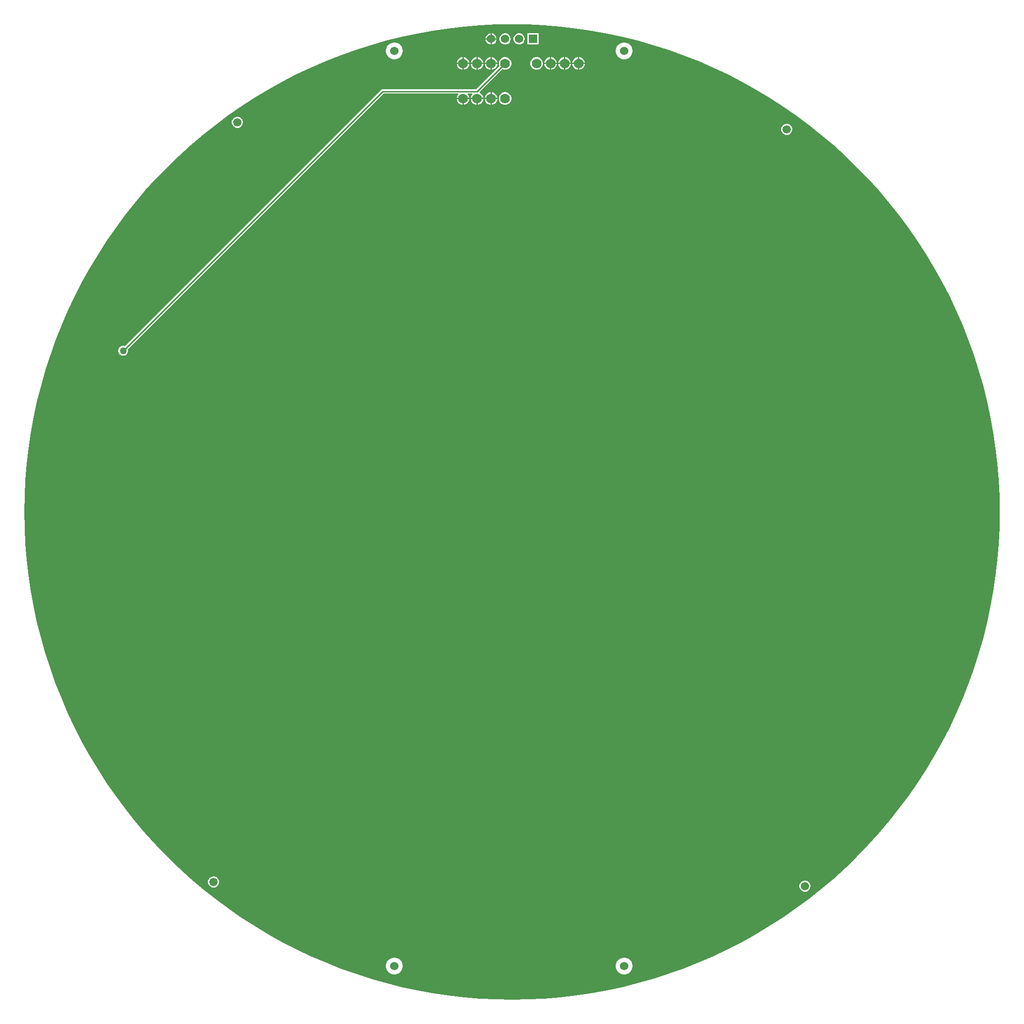
<source format=gbr>
G04*
G04 #@! TF.GenerationSoftware,Altium Limited,Altium Designer,24.2.2 (26)*
G04*
G04 Layer_Physical_Order=2*
G04 Layer_Color=16711680*
%FSLAX44Y44*%
%MOMM*%
G71*
G04*
G04 #@! TF.SameCoordinates,C09E280A-887C-4CB5-B33B-2E433380E6FD*
G04*
G04*
G04 #@! TF.FilePolarity,Positive*
G04*
G01*
G75*
%ADD11C,0.2540*%
%ADD25C,1.5000*%
%ADD28C,1.5240*%
%ADD29C,1.7780*%
%ADD30R,1.5240X1.5240*%
%ADD31C,0.6350*%
%ADD32C,1.2700*%
G36*
X917921Y1772438D02*
X946811Y1771019D01*
X975639Y1768655D01*
X1004374Y1765349D01*
X1032985Y1761105D01*
X1061442Y1755927D01*
X1089715Y1749821D01*
X1117773Y1742793D01*
X1145586Y1734850D01*
X1173124Y1726002D01*
X1200358Y1716258D01*
X1227258Y1705628D01*
X1253796Y1694123D01*
X1279944Y1681756D01*
X1305673Y1668540D01*
X1330956Y1654490D01*
X1355765Y1639619D01*
X1380075Y1623945D01*
X1403859Y1607484D01*
X1427091Y1590254D01*
X1449747Y1572273D01*
X1471803Y1553560D01*
X1493235Y1534135D01*
X1514020Y1514020D01*
X1534135Y1493235D01*
X1553560Y1471803D01*
X1572273Y1449747D01*
X1590254Y1427091D01*
X1607484Y1403859D01*
X1623945Y1380075D01*
X1639619Y1355765D01*
X1654490Y1330956D01*
X1668540Y1305673D01*
X1681756Y1279944D01*
X1694123Y1253796D01*
X1705628Y1227258D01*
X1716258Y1200358D01*
X1726002Y1173124D01*
X1734850Y1145586D01*
X1742793Y1117773D01*
X1749821Y1089715D01*
X1755927Y1061442D01*
X1761105Y1032985D01*
X1765349Y1004374D01*
X1768655Y975639D01*
X1771019Y946811D01*
X1772438Y917921D01*
X1772904Y889422D01*
X1772820Y889000D01*
X1772904Y888578D01*
X1772438Y860079D01*
X1771019Y831189D01*
X1768655Y802362D01*
X1765349Y773626D01*
X1761105Y745015D01*
X1755927Y716557D01*
X1749821Y688285D01*
X1742793Y660227D01*
X1734850Y632414D01*
X1726002Y604876D01*
X1716258Y577642D01*
X1705628Y550742D01*
X1694123Y524204D01*
X1681756Y498056D01*
X1668540Y472327D01*
X1654490Y447044D01*
X1639619Y422235D01*
X1623945Y397925D01*
X1607484Y374141D01*
X1590254Y350909D01*
X1572273Y328253D01*
X1553560Y306197D01*
X1534135Y284765D01*
X1514020Y263980D01*
X1493235Y243865D01*
X1471803Y224440D01*
X1449747Y205727D01*
X1427091Y187746D01*
X1403859Y170516D01*
X1380075Y154055D01*
X1355765Y138381D01*
X1330956Y123510D01*
X1305673Y109460D01*
X1279944Y96244D01*
X1253796Y83877D01*
X1227258Y72372D01*
X1200358Y61742D01*
X1173124Y51998D01*
X1145586Y43150D01*
X1117773Y35207D01*
X1089715Y28179D01*
X1061442Y22073D01*
X1032985Y16895D01*
X1004374Y12651D01*
X975639Y9345D01*
X946811Y6981D01*
X917921Y5562D01*
X889422Y5096D01*
X889000Y5179D01*
X888578Y5096D01*
X860079Y5562D01*
X831189Y6981D01*
X802362Y9345D01*
X773626Y12651D01*
X745015Y16895D01*
X716557Y22073D01*
X688285Y28179D01*
X660227Y35207D01*
X632414Y43150D01*
X604876Y51998D01*
X577642Y61742D01*
X550742Y72372D01*
X524204Y83877D01*
X498056Y96244D01*
X472327Y109460D01*
X447044Y123510D01*
X422235Y138381D01*
X397925Y154055D01*
X374141Y170516D01*
X350909Y187746D01*
X328253Y205727D01*
X306197Y224440D01*
X284765Y243865D01*
X263980Y263980D01*
X243865Y284765D01*
X224440Y306197D01*
X205727Y328253D01*
X187746Y350909D01*
X170516Y374141D01*
X154055Y397925D01*
X138381Y422235D01*
X123510Y447044D01*
X109460Y472327D01*
X96244Y498056D01*
X83877Y524204D01*
X72372Y550742D01*
X61742Y577642D01*
X51998Y604876D01*
X43150Y632414D01*
X35207Y660227D01*
X28179Y688285D01*
X22073Y716557D01*
X16895Y745015D01*
X12651Y773626D01*
X9345Y802362D01*
X6981Y831189D01*
X5562Y860079D01*
X5096Y888578D01*
X5179Y889000D01*
X5096Y889422D01*
X5562Y917921D01*
X6981Y946811D01*
X9345Y975639D01*
X12651Y1004374D01*
X16895Y1032985D01*
X22073Y1061442D01*
X28179Y1089715D01*
X35207Y1117773D01*
X43150Y1145586D01*
X51998Y1173124D01*
X61742Y1200358D01*
X72372Y1227258D01*
X83877Y1253796D01*
X96244Y1279944D01*
X109460Y1305673D01*
X123510Y1330956D01*
X138381Y1355765D01*
X154055Y1380075D01*
X170516Y1403859D01*
X187746Y1427091D01*
X205727Y1449747D01*
X224440Y1471803D01*
X243865Y1493235D01*
X263980Y1514020D01*
X284765Y1534135D01*
X306197Y1553560D01*
X328253Y1572273D01*
X350909Y1590254D01*
X374141Y1607484D01*
X397925Y1623945D01*
X422235Y1639619D01*
X447044Y1654490D01*
X472327Y1668540D01*
X498056Y1681756D01*
X524204Y1694123D01*
X550742Y1705628D01*
X577642Y1716258D01*
X604876Y1726002D01*
X632414Y1734850D01*
X660227Y1742793D01*
X688285Y1749821D01*
X716557Y1755927D01*
X745015Y1761105D01*
X773626Y1765349D01*
X802362Y1768655D01*
X831189Y1771019D01*
X860079Y1772438D01*
X888578Y1772904D01*
X889000Y1772820D01*
X889422Y1772904D01*
X917921Y1772438D01*
D02*
G37*
%LPC*%
G36*
X852238Y1756410D02*
X852170D01*
Y1747520D01*
X861060D01*
Y1747588D01*
X860368Y1750172D01*
X859030Y1752488D01*
X857138Y1754380D01*
X854822Y1755718D01*
X852238Y1756410D01*
D02*
G37*
G36*
X849630D02*
X849562D01*
X846978Y1755718D01*
X844662Y1754380D01*
X842770Y1752488D01*
X841432Y1750172D01*
X840740Y1747588D01*
Y1747520D01*
X849630D01*
Y1756410D01*
D02*
G37*
G36*
X937260D02*
X916940D01*
Y1736090D01*
X937260D01*
Y1756410D01*
D02*
G37*
G36*
X903038D02*
X900362D01*
X897778Y1755718D01*
X895462Y1754380D01*
X893570Y1752488D01*
X892232Y1750172D01*
X891540Y1747588D01*
Y1744912D01*
X892232Y1742328D01*
X893570Y1740012D01*
X895462Y1738120D01*
X897778Y1736782D01*
X900362Y1736090D01*
X903038D01*
X905622Y1736782D01*
X907938Y1738120D01*
X909830Y1740012D01*
X911168Y1742328D01*
X911860Y1744912D01*
Y1747588D01*
X911168Y1750172D01*
X909830Y1752488D01*
X907938Y1754380D01*
X905622Y1755718D01*
X903038Y1756410D01*
D02*
G37*
G36*
X877638D02*
X874962D01*
X872378Y1755718D01*
X870062Y1754380D01*
X868170Y1752488D01*
X866832Y1750172D01*
X866140Y1747588D01*
Y1744912D01*
X866832Y1742328D01*
X868170Y1740012D01*
X870062Y1738120D01*
X872378Y1736782D01*
X874962Y1736090D01*
X877638D01*
X880222Y1736782D01*
X882538Y1738120D01*
X884430Y1740012D01*
X885768Y1742328D01*
X886460Y1744912D01*
Y1747588D01*
X885768Y1750172D01*
X884430Y1752488D01*
X882538Y1754380D01*
X880222Y1755718D01*
X877638Y1756410D01*
D02*
G37*
G36*
X861060Y1744980D02*
X852170D01*
Y1736090D01*
X852238D01*
X854822Y1736782D01*
X857138Y1738120D01*
X859030Y1740012D01*
X860368Y1742328D01*
X861060Y1744912D01*
Y1744980D01*
D02*
G37*
G36*
X849630D02*
X840740D01*
Y1744912D01*
X841432Y1742328D01*
X842770Y1740012D01*
X844662Y1738120D01*
X846978Y1736782D01*
X849562Y1736090D01*
X849630D01*
Y1744980D01*
D02*
G37*
G36*
X1093701Y1739900D02*
X1090699D01*
X1087755Y1739314D01*
X1084981Y1738165D01*
X1082485Y1736498D01*
X1080362Y1734375D01*
X1078695Y1731879D01*
X1077546Y1729105D01*
X1076960Y1726161D01*
Y1723159D01*
X1077546Y1720215D01*
X1078695Y1717441D01*
X1080362Y1714945D01*
X1082485Y1712822D01*
X1084981Y1711154D01*
X1087755Y1710006D01*
X1090699Y1709420D01*
X1093701D01*
X1096645Y1710006D01*
X1099419Y1711154D01*
X1101915Y1712822D01*
X1104038Y1714945D01*
X1105705Y1717441D01*
X1106854Y1720215D01*
X1107440Y1723159D01*
Y1726161D01*
X1106854Y1729105D01*
X1105705Y1731879D01*
X1104038Y1734375D01*
X1101915Y1736498D01*
X1099419Y1738165D01*
X1096645Y1739314D01*
X1093701Y1739900D01*
D02*
G37*
G36*
X677141D02*
X674139D01*
X671195Y1739314D01*
X668421Y1738165D01*
X665925Y1736498D01*
X663802Y1734375D01*
X662134Y1731879D01*
X660986Y1729105D01*
X660400Y1726161D01*
Y1723159D01*
X660986Y1720215D01*
X662134Y1717441D01*
X663802Y1714945D01*
X665925Y1712822D01*
X668421Y1711154D01*
X671195Y1710006D01*
X674139Y1709420D01*
X677141D01*
X680085Y1710006D01*
X682859Y1711154D01*
X685355Y1712822D01*
X687478Y1714945D01*
X689146Y1717441D01*
X690294Y1720215D01*
X690880Y1723159D01*
Y1726161D01*
X690294Y1729105D01*
X689146Y1731879D01*
X687478Y1734375D01*
X685355Y1736498D01*
X682859Y1738165D01*
X680085Y1739314D01*
X677141Y1739900D01*
D02*
G37*
G36*
X827005Y1713230D02*
X826770D01*
Y1703070D01*
X836930D01*
Y1703305D01*
X836151Y1706212D01*
X834646Y1708818D01*
X832518Y1710946D01*
X829912Y1712451D01*
X827005Y1713230D01*
D02*
G37*
G36*
X852405D02*
X852170D01*
Y1703070D01*
X862330D01*
Y1703305D01*
X861551Y1706212D01*
X860046Y1708818D01*
X857918Y1710946D01*
X855312Y1712451D01*
X852405Y1713230D01*
D02*
G37*
G36*
X801605D02*
X801370D01*
Y1703070D01*
X811530D01*
Y1703305D01*
X810751Y1706212D01*
X809246Y1708818D01*
X807118Y1710946D01*
X804512Y1712451D01*
X801605Y1713230D01*
D02*
G37*
G36*
X1011155D02*
X1010920D01*
Y1703070D01*
X1021080D01*
Y1703305D01*
X1020301Y1706212D01*
X1018796Y1708818D01*
X1016668Y1710946D01*
X1014062Y1712451D01*
X1011155Y1713230D01*
D02*
G37*
G36*
X1008380D02*
X1008145D01*
X1005238Y1712451D01*
X1002632Y1710946D01*
X1000504Y1708818D01*
X998999Y1706212D01*
X998220Y1703305D01*
Y1703070D01*
X1008380D01*
Y1713230D01*
D02*
G37*
G36*
X985755D02*
X985520D01*
Y1703070D01*
X995680D01*
Y1703305D01*
X994901Y1706212D01*
X993396Y1708818D01*
X991268Y1710946D01*
X988662Y1712451D01*
X985755Y1713230D01*
D02*
G37*
G36*
X982980D02*
X982745D01*
X979838Y1712451D01*
X977232Y1710946D01*
X975104Y1708818D01*
X973599Y1706212D01*
X972820Y1703305D01*
Y1703070D01*
X982980D01*
Y1713230D01*
D02*
G37*
G36*
X960355D02*
X960120D01*
Y1703070D01*
X970280D01*
Y1703305D01*
X969501Y1706212D01*
X967996Y1708818D01*
X965868Y1710946D01*
X963262Y1712451D01*
X960355Y1713230D01*
D02*
G37*
G36*
X957580D02*
X957345D01*
X954438Y1712451D01*
X951832Y1710946D01*
X949704Y1708818D01*
X948199Y1706212D01*
X947420Y1703305D01*
Y1703070D01*
X957580D01*
Y1713230D01*
D02*
G37*
G36*
X824230D02*
X823995D01*
X821088Y1712451D01*
X818482Y1710946D01*
X816354Y1708818D01*
X814849Y1706212D01*
X814070Y1703305D01*
Y1703070D01*
X824230D01*
Y1713230D01*
D02*
G37*
G36*
X798830D02*
X798595D01*
X795688Y1712451D01*
X793082Y1710946D01*
X790954Y1708818D01*
X789449Y1706212D01*
X788670Y1703305D01*
Y1703070D01*
X798830D01*
Y1713230D01*
D02*
G37*
G36*
X849630D02*
X849395D01*
X846488Y1712451D01*
X843882Y1710946D01*
X841754Y1708818D01*
X840249Y1706212D01*
X839470Y1703305D01*
Y1703070D01*
X849630D01*
Y1713230D01*
D02*
G37*
G36*
X1021080Y1700530D02*
X1010920D01*
Y1690370D01*
X1011155D01*
X1014062Y1691149D01*
X1016668Y1692654D01*
X1018796Y1694782D01*
X1020301Y1697388D01*
X1021080Y1700295D01*
Y1700530D01*
D02*
G37*
G36*
X1008380D02*
X998220D01*
Y1700295D01*
X998999Y1697388D01*
X1000504Y1694782D01*
X1002632Y1692654D01*
X1005238Y1691149D01*
X1008145Y1690370D01*
X1008380D01*
Y1700530D01*
D02*
G37*
G36*
X995680D02*
X985520D01*
Y1690370D01*
X985755D01*
X988662Y1691149D01*
X991268Y1692654D01*
X993396Y1694782D01*
X994901Y1697388D01*
X995680Y1700295D01*
Y1700530D01*
D02*
G37*
G36*
X982980D02*
X972820D01*
Y1700295D01*
X973599Y1697388D01*
X975104Y1694782D01*
X977232Y1692654D01*
X979838Y1691149D01*
X982745Y1690370D01*
X982980D01*
Y1700530D01*
D02*
G37*
G36*
X970280D02*
X960120D01*
Y1690370D01*
X960355D01*
X963262Y1691149D01*
X965868Y1692654D01*
X967996Y1694782D01*
X969501Y1697388D01*
X970280Y1700295D01*
Y1700530D01*
D02*
G37*
G36*
X957580D02*
X947420D01*
Y1700295D01*
X948199Y1697388D01*
X949704Y1694782D01*
X951832Y1692654D01*
X954438Y1691149D01*
X957345Y1690370D01*
X957580D01*
Y1700530D01*
D02*
G37*
G36*
X934955Y1713230D02*
X931945D01*
X929038Y1712451D01*
X926432Y1710946D01*
X924304Y1708818D01*
X922799Y1706212D01*
X922020Y1703305D01*
Y1700295D01*
X922799Y1697388D01*
X924304Y1694782D01*
X926432Y1692654D01*
X929038Y1691149D01*
X931945Y1690370D01*
X934955D01*
X937862Y1691149D01*
X940468Y1692654D01*
X942596Y1694782D01*
X944101Y1697388D01*
X944880Y1700295D01*
Y1703305D01*
X944101Y1706212D01*
X942596Y1708818D01*
X940468Y1710946D01*
X937862Y1712451D01*
X934955Y1713230D01*
D02*
G37*
G36*
X877805D02*
X874795D01*
X871888Y1712451D01*
X869282Y1710946D01*
X867154Y1708818D01*
X865649Y1706212D01*
X864870Y1703305D01*
Y1700295D01*
X865649Y1697388D01*
X865922Y1696915D01*
X823891Y1654885D01*
X654050D01*
X652563Y1654589D01*
X651303Y1653747D01*
X187076Y1189520D01*
X185320Y1189990D01*
X182980D01*
X180719Y1189384D01*
X178691Y1188214D01*
X177036Y1186559D01*
X175866Y1184531D01*
X175260Y1182270D01*
Y1179930D01*
X175866Y1177669D01*
X177036Y1175641D01*
X178691Y1173986D01*
X180719Y1172816D01*
X182980Y1172210D01*
X185320D01*
X187581Y1172816D01*
X189609Y1173986D01*
X191264Y1175641D01*
X192434Y1177669D01*
X193040Y1179930D01*
Y1182270D01*
X192570Y1184026D01*
X655659Y1647115D01*
X791092D01*
X791578Y1645942D01*
X790954Y1645318D01*
X789449Y1642712D01*
X788670Y1639805D01*
Y1639570D01*
X800100D01*
X811530D01*
Y1639805D01*
X810751Y1642712D01*
X809246Y1645318D01*
X808622Y1645942D01*
X809109Y1647115D01*
X816491D01*
X816978Y1645942D01*
X816354Y1645318D01*
X814849Y1642712D01*
X814070Y1639805D01*
Y1639570D01*
X825500D01*
X836930D01*
Y1639805D01*
X836151Y1642712D01*
X834646Y1645318D01*
X832518Y1647446D01*
X830437Y1648648D01*
X830103Y1650109D01*
X871415Y1691422D01*
X871888Y1691149D01*
X874795Y1690370D01*
X877805D01*
X880712Y1691149D01*
X883318Y1692654D01*
X885446Y1694782D01*
X886951Y1697388D01*
X887730Y1700295D01*
Y1703305D01*
X886951Y1706212D01*
X885446Y1708818D01*
X883318Y1710946D01*
X880712Y1712451D01*
X877805Y1713230D01*
D02*
G37*
G36*
X862330Y1700530D02*
X852170D01*
Y1690370D01*
X852405D01*
X855312Y1691149D01*
X857918Y1692654D01*
X860046Y1694782D01*
X861551Y1697388D01*
X862330Y1700295D01*
Y1700530D01*
D02*
G37*
G36*
X849630D02*
X839470D01*
Y1700295D01*
X840249Y1697388D01*
X841754Y1694782D01*
X843882Y1692654D01*
X846488Y1691149D01*
X849395Y1690370D01*
X849630D01*
Y1700530D01*
D02*
G37*
G36*
X836930D02*
X826770D01*
Y1690370D01*
X827005D01*
X829912Y1691149D01*
X832518Y1692654D01*
X834646Y1694782D01*
X836151Y1697388D01*
X836930Y1700295D01*
Y1700530D01*
D02*
G37*
G36*
X824230D02*
X814070D01*
Y1700295D01*
X814849Y1697388D01*
X816354Y1694782D01*
X818482Y1692654D01*
X821088Y1691149D01*
X823995Y1690370D01*
X824230D01*
Y1700530D01*
D02*
G37*
G36*
X811530D02*
X801370D01*
Y1690370D01*
X801605D01*
X804512Y1691149D01*
X807118Y1692654D01*
X809246Y1694782D01*
X810751Y1697388D01*
X811530Y1700295D01*
Y1700530D01*
D02*
G37*
G36*
X798830D02*
X788670D01*
Y1700295D01*
X789449Y1697388D01*
X790954Y1694782D01*
X793082Y1692654D01*
X795688Y1691149D01*
X798595Y1690370D01*
X798830D01*
Y1700530D01*
D02*
G37*
G36*
X852405Y1649730D02*
X852170D01*
Y1639570D01*
X862330D01*
Y1639805D01*
X861551Y1642712D01*
X860046Y1645318D01*
X857918Y1647446D01*
X855312Y1648951D01*
X852405Y1649730D01*
D02*
G37*
G36*
X849630D02*
X849395D01*
X846488Y1648951D01*
X843882Y1647446D01*
X841754Y1645318D01*
X840249Y1642712D01*
X839470Y1639805D01*
Y1639570D01*
X849630D01*
Y1649730D01*
D02*
G37*
G36*
X877805D02*
X874795D01*
X871888Y1648951D01*
X869282Y1647446D01*
X867154Y1645318D01*
X865649Y1642712D01*
X864870Y1639805D01*
Y1636795D01*
X865649Y1633888D01*
X867154Y1631282D01*
X869282Y1629154D01*
X871888Y1627649D01*
X874795Y1626870D01*
X877805D01*
X880712Y1627649D01*
X883318Y1629154D01*
X885446Y1631282D01*
X886951Y1633888D01*
X887730Y1636795D01*
Y1639805D01*
X886951Y1642712D01*
X885446Y1645318D01*
X883318Y1647446D01*
X880712Y1648951D01*
X877805Y1649730D01*
D02*
G37*
G36*
X862330Y1637030D02*
X852170D01*
Y1626870D01*
X852405D01*
X855312Y1627649D01*
X857918Y1629154D01*
X860046Y1631282D01*
X861551Y1633888D01*
X862330Y1636795D01*
Y1637030D01*
D02*
G37*
G36*
X849630D02*
X839470D01*
Y1636795D01*
X840249Y1633888D01*
X841754Y1631282D01*
X843882Y1629154D01*
X846488Y1627649D01*
X849395Y1626870D01*
X849630D01*
Y1637030D01*
D02*
G37*
G36*
X836930D02*
X826770D01*
Y1626870D01*
X827005D01*
X829912Y1627649D01*
X832518Y1629154D01*
X834646Y1631282D01*
X836151Y1633888D01*
X836930Y1636795D01*
Y1637030D01*
D02*
G37*
G36*
X824230D02*
X814070D01*
Y1636795D01*
X814849Y1633888D01*
X816354Y1631282D01*
X818482Y1629154D01*
X821088Y1627649D01*
X823995Y1626870D01*
X824230D01*
Y1637030D01*
D02*
G37*
G36*
X811530D02*
X801370D01*
Y1626870D01*
X801605D01*
X804512Y1627649D01*
X807118Y1629154D01*
X809246Y1631282D01*
X810751Y1633888D01*
X811530Y1636795D01*
Y1637030D01*
D02*
G37*
G36*
X798830D02*
X788670D01*
Y1636795D01*
X789449Y1633888D01*
X790954Y1631282D01*
X793082Y1629154D01*
X795688Y1627649D01*
X798595Y1626870D01*
X798830D01*
Y1637030D01*
D02*
G37*
G36*
X392482Y1605160D02*
X389838D01*
X387285Y1604476D01*
X384995Y1603154D01*
X383126Y1601285D01*
X381804Y1598995D01*
X381120Y1596442D01*
Y1593798D01*
X381804Y1591245D01*
X383126Y1588955D01*
X384995Y1587086D01*
X387285Y1585764D01*
X389838Y1585080D01*
X392482D01*
X395035Y1585764D01*
X397325Y1587086D01*
X399194Y1588955D01*
X400516Y1591245D01*
X401200Y1593798D01*
Y1596442D01*
X400516Y1598995D01*
X399194Y1601285D01*
X397325Y1603154D01*
X395035Y1604476D01*
X392482Y1605160D01*
D02*
G37*
G36*
X1388162Y1592460D02*
X1385518D01*
X1382965Y1591776D01*
X1380675Y1590454D01*
X1378806Y1588585D01*
X1377484Y1586295D01*
X1376800Y1583742D01*
Y1581098D01*
X1377484Y1578545D01*
X1378806Y1576255D01*
X1380675Y1574386D01*
X1382965Y1573064D01*
X1385518Y1572380D01*
X1388162D01*
X1390715Y1573064D01*
X1393005Y1574386D01*
X1394874Y1576255D01*
X1396196Y1578545D01*
X1396880Y1581098D01*
Y1583742D01*
X1396196Y1586295D01*
X1394874Y1588585D01*
X1393005Y1590454D01*
X1390715Y1591776D01*
X1388162Y1592460D01*
D02*
G37*
G36*
X349302Y228480D02*
X346658D01*
X344105Y227796D01*
X341815Y226474D01*
X339946Y224605D01*
X338624Y222315D01*
X337940Y219762D01*
Y217118D01*
X338624Y214565D01*
X339946Y212275D01*
X341815Y210406D01*
X344105Y209084D01*
X346658Y208400D01*
X349302D01*
X351855Y209084D01*
X354145Y210406D01*
X356014Y212275D01*
X357336Y214565D01*
X358020Y217118D01*
Y219762D01*
X357336Y222315D01*
X356014Y224605D01*
X354145Y226474D01*
X351855Y227796D01*
X349302Y228480D01*
D02*
G37*
G36*
X1421182Y220860D02*
X1418538D01*
X1415985Y220176D01*
X1413695Y218854D01*
X1411826Y216985D01*
X1410504Y214695D01*
X1409820Y212142D01*
Y209498D01*
X1410504Y206945D01*
X1411826Y204655D01*
X1413695Y202786D01*
X1415985Y201464D01*
X1418538Y200780D01*
X1421182D01*
X1423735Y201464D01*
X1426025Y202786D01*
X1427894Y204655D01*
X1429216Y206945D01*
X1429900Y209498D01*
Y212142D01*
X1429216Y214695D01*
X1427894Y216985D01*
X1426025Y218854D01*
X1423735Y220176D01*
X1421182Y220860D01*
D02*
G37*
G36*
X1093701Y81280D02*
X1090699D01*
X1087755Y80694D01*
X1084981Y79545D01*
X1082485Y77878D01*
X1080362Y75755D01*
X1078695Y73259D01*
X1077546Y70485D01*
X1076960Y67541D01*
Y64539D01*
X1077546Y61595D01*
X1078695Y58821D01*
X1080362Y56325D01*
X1082485Y54202D01*
X1084981Y52534D01*
X1087755Y51386D01*
X1090699Y50800D01*
X1093701D01*
X1096645Y51386D01*
X1099419Y52534D01*
X1101915Y54202D01*
X1104038Y56325D01*
X1105705Y58821D01*
X1106854Y61595D01*
X1107440Y64539D01*
Y67541D01*
X1106854Y70485D01*
X1105705Y73259D01*
X1104038Y75755D01*
X1101915Y77878D01*
X1099419Y79545D01*
X1096645Y80694D01*
X1093701Y81280D01*
D02*
G37*
G36*
X677141D02*
X674139D01*
X671195Y80694D01*
X668421Y79545D01*
X665925Y77878D01*
X663802Y75755D01*
X662134Y73259D01*
X660986Y70485D01*
X660400Y67541D01*
Y64539D01*
X660986Y61595D01*
X662134Y58821D01*
X663802Y56325D01*
X665925Y54202D01*
X668421Y52534D01*
X671195Y51386D01*
X674139Y50800D01*
X677141D01*
X680085Y51386D01*
X682859Y52534D01*
X685355Y54202D01*
X687478Y56325D01*
X689146Y58821D01*
X690294Y61595D01*
X690880Y64539D01*
Y67541D01*
X690294Y70485D01*
X689146Y73259D01*
X687478Y75755D01*
X685355Y77878D01*
X682859Y79545D01*
X680085Y80694D01*
X677141Y81280D01*
D02*
G37*
%LPD*%
D11*
X184150Y1181100D02*
X654050Y1651000D01*
X825500D01*
X876300Y1701800D01*
D25*
X391160Y1595120D02*
D03*
X1386840Y1582420D02*
D03*
X1419860Y210820D02*
D03*
X347980Y218440D02*
D03*
D28*
X675640Y66040D02*
D03*
X1092200Y1724660D02*
D03*
Y66040D02*
D03*
X675640Y1724660D02*
D03*
X901700Y1746250D02*
D03*
X876300D02*
D03*
X850900D02*
D03*
D29*
Y1638300D02*
D03*
X876300D02*
D03*
X800100D02*
D03*
X825500D02*
D03*
X850900Y1701800D02*
D03*
X876300D02*
D03*
X800100D02*
D03*
X825500D02*
D03*
X958850D02*
D03*
X933450D02*
D03*
X1009650D02*
D03*
X984250D02*
D03*
D30*
X927100Y1746250D02*
D03*
D31*
X919480Y916940D02*
D03*
X762000Y949960D02*
D03*
X858520Y947420D02*
D03*
X949960Y949960D02*
D03*
X1236980Y947420D02*
D03*
X922020Y1094740D02*
D03*
X769620Y1071880D02*
D03*
X447040Y1094740D02*
D03*
X259080Y916940D02*
D03*
X736600Y919480D02*
D03*
X830580Y916940D02*
D03*
X1021080D02*
D03*
X1043940Y947420D02*
D03*
X1112520Y916940D02*
D03*
X1137920Y949960D02*
D03*
X1206500Y916940D02*
D03*
X1587500D02*
D03*
X1330960Y949960D02*
D03*
X1402080Y914400D02*
D03*
X1521460Y944880D02*
D03*
X1590040Y1094740D02*
D03*
X1109980D02*
D03*
X1051560Y1399540D02*
D03*
X858520Y525780D02*
D03*
X1216660D02*
D03*
X861060Y106680D02*
D03*
X1018540Y1094740D02*
D03*
X1397000D02*
D03*
X947420Y774700D02*
D03*
X665480Y772160D02*
D03*
X566420D02*
D03*
X185420D02*
D03*
X160020Y744220D02*
D03*
X566420Y949960D02*
D03*
X474980D02*
D03*
X444500Y916940D02*
D03*
X378460Y949960D02*
D03*
X281940D02*
D03*
X187960D02*
D03*
X266700Y990600D02*
D03*
X350520Y741680D02*
D03*
X635000Y1094740D02*
D03*
X657860Y1084580D02*
D03*
X731520Y1094740D02*
D03*
X154940Y508000D02*
D03*
X947420Y535940D02*
D03*
X1300480D02*
D03*
X957580Y891540D02*
D03*
X767080Y896620D02*
D03*
X566420Y904240D02*
D03*
X947420Y116840D02*
D03*
X208280Y535940D02*
D03*
X256540Y739140D02*
D03*
X287020Y772160D02*
D03*
X261470Y782470D02*
D03*
X358140Y782320D02*
D03*
X451970Y782470D02*
D03*
X538480Y739140D02*
D03*
X635000D02*
D03*
X734060D02*
D03*
X754530Y728830D02*
D03*
X828040Y739140D02*
D03*
X850900Y728980D02*
D03*
X947420D02*
D03*
X1018540Y739140D02*
D03*
X1049020Y774700D02*
D03*
X1041400Y728980D02*
D03*
X1117600Y782320D02*
D03*
X1109980Y739140D02*
D03*
X1135530Y728830D02*
D03*
X1143000Y772160D02*
D03*
X1211580Y782320D02*
D03*
X1206500Y739140D02*
D03*
X1231900Y728980D02*
D03*
X1326030Y728830D02*
D03*
X1300480Y739140D02*
D03*
X1308100Y782320D02*
D03*
X1333500Y774700D02*
D03*
X1404470Y782470D02*
D03*
X1419860Y728980D02*
D03*
X1430020Y772160D02*
D03*
X1498600Y782320D02*
D03*
X1516530Y728830D02*
D03*
X1524000Y772160D02*
D03*
X1592580Y782320D02*
D03*
X1620520Y772160D02*
D03*
X1587500Y739140D02*
D03*
X1612900Y728980D02*
D03*
X1681480Y535940D02*
D03*
X1607820Y525780D02*
D03*
X1684020Y1094740D02*
D03*
X474980Y769620D02*
D03*
X1490980Y739140D02*
D03*
X1397000D02*
D03*
X927100Y789940D02*
D03*
X830580Y782320D02*
D03*
X762000Y774700D02*
D03*
X736600Y784860D02*
D03*
X642620D02*
D03*
X660400Y728980D02*
D03*
X566420D02*
D03*
X469900D02*
D03*
X375920D02*
D03*
X279400Y726440D02*
D03*
X81280Y728980D02*
D03*
X83820Y906780D02*
D03*
X160020Y916940D02*
D03*
X185420Y904240D02*
D03*
X279400Y906780D02*
D03*
X350520Y916940D02*
D03*
X373380Y904240D02*
D03*
X467360D02*
D03*
X541020Y916940D02*
D03*
X635000D02*
D03*
X662940Y906780D02*
D03*
X1681480Y916940D02*
D03*
X825500Y1094740D02*
D03*
X850900Y1082040D02*
D03*
X947420Y1084580D02*
D03*
X1043940D02*
D03*
X1137920Y1082040D02*
D03*
X1206500Y1094740D02*
D03*
X1234440Y1084580D02*
D03*
X1300480Y1092200D02*
D03*
X1328420Y1084580D02*
D03*
X1422400Y1082040D02*
D03*
X1490980Y1094740D02*
D03*
X1516380Y1082040D02*
D03*
X1610360D02*
D03*
X1633220Y1272540D02*
D03*
X1529080Y1247140D02*
D03*
X1282700Y1272540D02*
D03*
X1173480Y1247140D02*
D03*
X894080Y1272540D02*
D03*
X782320Y1247140D02*
D03*
X543560Y1272540D02*
D03*
X434340Y1247140D02*
D03*
X172720Y1295400D02*
D03*
X101600Y1262380D02*
D03*
X355600Y1424940D02*
D03*
X271780Y1412240D02*
D03*
X736600Y1430020D02*
D03*
X1140460Y1445260D02*
D03*
X1473200Y1430020D02*
D03*
X1404620Y1402080D02*
D03*
X1275080Y1653540D02*
D03*
X1173480Y1628140D02*
D03*
X1049020Y1638300D02*
D03*
X480060Y1628140D02*
D03*
X579120Y1653540D02*
D03*
X515620Y106680D02*
D03*
X596900Y116840D02*
D03*
X1231900Y111760D02*
D03*
X1313180Y121920D02*
D03*
X1478280Y355600D02*
D03*
X1391920Y347980D02*
D03*
X1099820Y358140D02*
D03*
X1013460Y345440D02*
D03*
X741680Y355600D02*
D03*
X657860Y345440D02*
D03*
X281940D02*
D03*
X360680Y358140D02*
D03*
X457200Y518160D02*
D03*
X538480Y530860D02*
D03*
X1696720Y784860D02*
D03*
X1681480Y739140D02*
D03*
X1239520Y772160D02*
D03*
X1023620Y784860D02*
D03*
X919480Y739140D02*
D03*
X858520Y774700D02*
D03*
X182880Y726440D02*
D03*
X439420Y741680D02*
D03*
X548640Y784860D02*
D03*
X386080Y769620D02*
D03*
X96520Y772160D02*
D03*
X167640Y784860D02*
D03*
Y962660D02*
D03*
X848360Y904240D02*
D03*
X1038860D02*
D03*
X1135380D02*
D03*
X1231900D02*
D03*
X1300480Y916940D02*
D03*
X1325880Y904240D02*
D03*
X1422400D02*
D03*
X1490980Y916940D02*
D03*
X1516380Y904240D02*
D03*
X1610360D02*
D03*
X1696720Y962660D02*
D03*
X1620520Y944880D02*
D03*
X1595120Y962660D02*
D03*
X1498600D02*
D03*
X1430020Y944880D02*
D03*
X1402080Y962660D02*
D03*
X1310640D02*
D03*
X1214120D02*
D03*
X1120140D02*
D03*
X1021080D02*
D03*
X929640Y960120D02*
D03*
X833120Y962660D02*
D03*
X736600D02*
D03*
X668020Y952500D02*
D03*
X642620Y962660D02*
D03*
X548640D02*
D03*
X452120D02*
D03*
X358140D02*
D03*
X124460Y947420D02*
D03*
X83820Y1082040D02*
D03*
X157480Y1094740D02*
D03*
X182880Y1082040D02*
D03*
X254000Y1092200D02*
D03*
X276860Y1082040D02*
D03*
X347980Y1094740D02*
D03*
X388620Y1071880D02*
D03*
X469900Y1082040D02*
D03*
X538480Y1092200D02*
D03*
X563880Y1082040D02*
D03*
X654050Y1422400D02*
D03*
D32*
X184150Y1181100D02*
D03*
M02*

</source>
